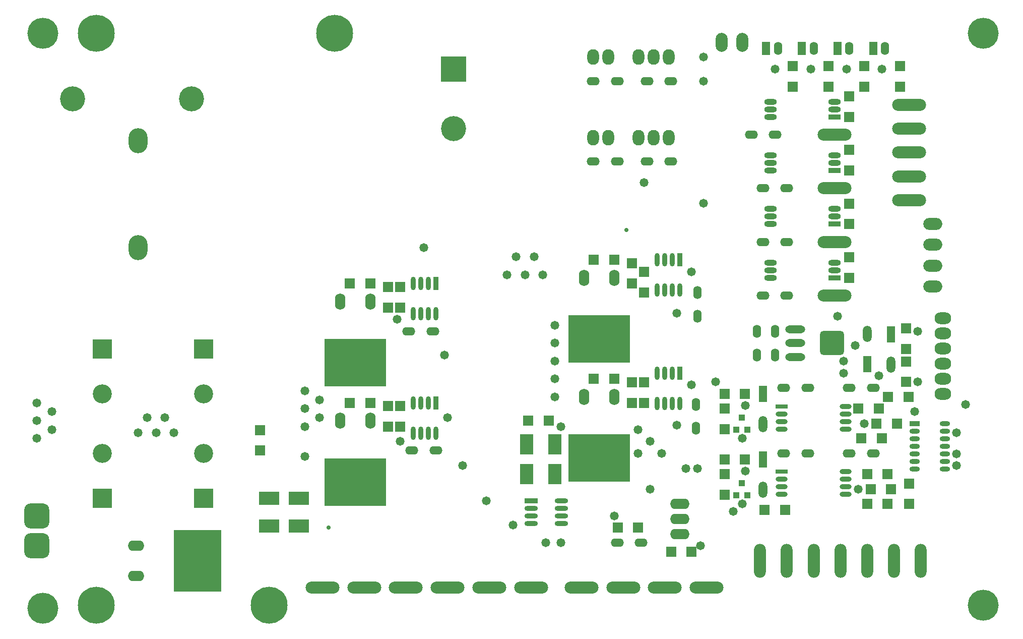
<source format=gts>
%FSTAX23Y23*%
%MOIN*%
%SFA1B1*%

%IPPOS*%
%AMD97*
4,1,8,-0.082700,0.039400,-0.082700,-0.039400,-0.039400,-0.082700,0.039400,-0.082700,0.082700,-0.039400,0.082700,0.039400,0.039400,0.082700,-0.039400,0.082700,-0.082700,0.039400,0.0*
1,1,0.086772,-0.039400,0.039400*
1,1,0.086772,-0.039400,-0.039400*
1,1,0.086772,0.039400,-0.039400*
1,1,0.086772,0.039400,0.039400*
%
%AMD108*
4,1,8,0.078800,-0.059800,0.078800,0.059800,0.059800,0.078800,-0.059800,0.078800,-0.078800,0.059800,-0.078800,-0.059800,-0.059800,-0.078800,0.059800,-0.078800,0.078800,-0.059800,0.0*
1,1,0.037953,0.059800,-0.059800*
1,1,0.037953,0.059800,0.059800*
1,1,0.037953,-0.059800,0.059800*
1,1,0.037953,-0.059800,-0.059800*
%
%ADD87R,0.067992X0.067992*%
%ADD88R,0.067992X0.067992*%
%ADD89R,0.133976X0.086732*%
%ADD90R,0.086732X0.133976*%
%ADD91O,0.078858X0.031614*%
%ADD92R,0.078858X0.031614*%
%ADD93O,0.083189X0.037992*%
%ADD94R,0.083189X0.037992*%
%ADD95O,0.067992X0.032008*%
%ADD96R,0.067992X0.032008*%
G04~CAMADD=97~8~0.0~0.0~1654.7~1654.7~433.9~0.0~15~0.0~0.0~0.0~0.0~0~0.0~0.0~0.0~0.0~0~0.0~0.0~0.0~90.0~1654.0~1654.0*
%ADD97D97*%
%ADD98R,0.032992X0.087992*%
%ADD99O,0.032992X0.087992*%
%ADD100R,0.087992X0.032992*%
%ADD101O,0.087992X0.032992*%
%ADD102R,0.317991X0.407991*%
%ADD103O,0.107992X0.067992*%
%ADD104O,0.067992X0.107992*%
%ADD105R,0.407991X0.317991*%
%ADD106O,0.132008X0.051299*%
%ADD107O,0.132008X0.051299*%
G04~CAMADD=108~8~0.0~0.0~1576.0~1576.0~189.8~0.0~15~0.0~0.0~0.0~0.0~0~0.0~0.0~0.0~0.0~0~0.0~0.0~0.0~270.0~1576.0~1576.0*
%ADD108D108*%
%ADD109R,0.039488X0.043425*%
%ADD110C,0.027992*%
%ADD111O,0.055236X0.086732*%
%ADD112R,0.055236X0.086732*%
%ADD113C,0.204842*%
%ADD114C,0.244212*%
%ADD115O,0.224527X0.078858*%
%ADD116O,0.078858X0.224527*%
%ADD117O,0.086732X0.055236*%
%ADD118O,0.127992X0.067992*%
%ADD119O,0.078858X0.102480*%
%ADD120R,0.165472X0.165472*%
%ADD121C,0.165472*%
%ADD122R,0.126102X0.126102*%
%ADD123C,0.126102*%
%ADD124O,0.078858X0.126102*%
%ADD125O,0.126102X0.078858*%
%ADD126O,0.110354X0.078858*%
%ADD127O,0.057992X0.107992*%
%ADD128R,0.057992X0.107992*%
%ADD129O,0.126102X0.165472*%
%ADD130C,0.057992*%
%LNpcb4-1*%
%LPD*%
G54D87*
X062Y03858D03*
Y03993D03*
X03228Y02165D03*
Y023D03*
X03149Y02165D03*
Y023D03*
X062Y04212D03*
Y04347D03*
X03228Y02952D03*
Y03087D03*
X03149Y02952D03*
Y03087D03*
X062Y03149D03*
Y03284D03*
X04842Y02322D03*
Y02457D03*
X04763Y02322D03*
Y02457D03*
X062Y03503D03*
Y03638D03*
X04842Y03051D03*
Y03186D03*
X04763Y0311D03*
Y03245D03*
X05374Y02283D03*
Y02148D03*
X06574Y02814D03*
Y02679D03*
Y0246D03*
Y02595D03*
X05374Y0185D03*
Y01715D03*
X06594Y01653D03*
Y01788D03*
X06299Y04547D03*
Y04412D03*
X05826Y04547D03*
Y04412D03*
X06062Y04547D03*
Y04412D03*
X06535Y04547D03*
Y04412D03*
X02303Y02007D03*
Y02142D03*
G54D88*
X05374Y02381D03*
X05509D03*
X06279Y02086D03*
X06414D03*
X06259Y02283D03*
X06394D03*
X06515Y02185D03*
X0638D03*
X06456Y02362D03*
X06591D03*
X05374Y01948D03*
X05509D03*
X06318Y0185D03*
X06453D03*
X06318Y01653D03*
X06453D03*
X06476Y01751D03*
X06341D03*
X05157Y01338D03*
X05022D03*
X04803Y01496D03*
X04668D03*
X03031Y02322D03*
X02896D03*
X04645Y0248D03*
X0451D03*
X03031Y0311D03*
X02896D03*
X04645Y03267D03*
X0451D03*
X05639Y01614D03*
X05774D03*
X04212Y02204D03*
X04077D03*
G54D89*
X02362Y01692D03*
Y01507D03*
X02559Y01692D03*
Y01507D03*
G54D90*
X04251Y02047D03*
X04066D03*
X04251Y0185D03*
X04066D03*
G54D91*
X06175Y02299D03*
Y02249D03*
Y02199D03*
Y02149D03*
X05753D03*
Y02199D03*
Y02249D03*
X06175Y01866D03*
Y01816D03*
Y01766D03*
Y01716D03*
X05753D03*
Y01766D03*
Y01816D03*
G54D92*
X05753Y02299D03*
Y01866D03*
G54D93*
X05679Y04312D03*
Y04262D03*
Y04212D03*
X06102Y04312D03*
Y04262D03*
X05679Y03958D03*
Y03908D03*
Y03858D03*
X06102Y03958D03*
Y03908D03*
X05679Y03249D03*
Y03199D03*
Y03149D03*
X06102Y03249D03*
Y03199D03*
X05679Y03603D03*
Y03553D03*
Y03503D03*
X06102Y03603D03*
Y03553D03*
G54D94*
X06102Y04212D03*
Y03858D03*
Y03149D03*
Y03503D03*
G54D95*
X06833Y02035D03*
Y02135D03*
Y02185D03*
Y02085D03*
Y01985D03*
Y01935D03*
X06633Y01985D03*
Y01935D03*
Y01885D03*
X06833D03*
X06633Y02035D03*
Y02085D03*
Y02135D03*
G54D96*
X06633Y02185D03*
G54D97*
X00826Y01574D03*
Y01377D03*
G54D98*
X03464Y02322D03*
Y0311D03*
X05078Y02519D03*
Y03267D03*
G54D99*
X03414Y02322D03*
X03364D03*
X03314D03*
X03464Y02122D03*
X03414D03*
X03364D03*
X03314D03*
X03414Y0311D03*
X03364D03*
X03314D03*
X03464Y0291D03*
X03414D03*
X03364D03*
X03314D03*
X05028Y02519D03*
X04978D03*
X04928D03*
X05078Y02319D03*
X05028D03*
X04978D03*
X04928D03*
X05028Y03267D03*
X04978D03*
X04928D03*
X05078Y03067D03*
X05028D03*
X04978D03*
X04928D03*
G54D100*
X04094Y01673D03*
G54D101*
X04094Y01623D03*
Y01573D03*
Y01523D03*
X04294Y01673D03*
Y01623D03*
Y01573D03*
Y01523D03*
G54D102*
X01888Y01277D03*
G54D103*
X01483Y01377D03*
Y01177D03*
G54D104*
X02831Y02204D03*
X03031D03*
X04445Y03149D03*
X04645D03*
X04445Y02362D03*
X04645D03*
X02831Y02992D03*
X03031D03*
G54D105*
X02931Y01799D03*
X04545Y02744D03*
Y01957D03*
X02931Y02587D03*
G54D106*
X05842Y02807D03*
Y02625D03*
G54D107*
X05842Y02716D03*
G54D108*
X06086Y02716D03*
G54D109*
X0549Y02224D03*
X05452Y02145D03*
X05527D03*
X0549Y01791D03*
X05452Y01712D03*
X05527D03*
G54D110*
X04724Y03464D03*
X02755Y01496D03*
G54D111*
X062Y04665D03*
X05728D03*
X05964D03*
X06437D03*
X05708Y02795D03*
Y02637D03*
X0559Y02795D03*
Y02637D03*
X05196Y03051D03*
Y02893D03*
X05187Y02312D03*
Y02155D03*
G54D112*
X06122Y04665D03*
X05649D03*
X05885D03*
X06358D03*
G54D113*
X00866Y00964D03*
Y04763D03*
X07086D03*
Y00984D03*
G54D114*
X0122Y00984D03*
X02362D03*
X02795Y04763D03*
X0122D03*
G54D115*
X02716Y01102D03*
X03543D03*
X02992D03*
X03818D03*
X03267D03*
X04094D03*
X06102Y04094D03*
Y0374D03*
Y03385D03*
Y03031D03*
X04429Y01102D03*
X04704D03*
X0498D03*
X05255D03*
X06594Y03661D03*
Y03818D03*
Y03976D03*
Y04133D03*
Y04291D03*
G54D116*
X05787Y01279D03*
X0561D03*
X06673D03*
X06496D03*
X06318D03*
X06141D03*
X05964D03*
G54D117*
X04822Y01397D03*
X04665D03*
X05925Y02421D03*
X05767D03*
X06358Y01988D03*
X062D03*
X05925D03*
X05767D03*
X05019Y03917D03*
X04862D03*
X04665D03*
X04507D03*
X05019Y04448D03*
X04862D03*
X04665D03*
X04507D03*
X05629Y0374D03*
X05787D03*
X03464Y02007D03*
X03307D03*
X05551Y04094D03*
X05708D03*
X03444Y02795D03*
X03287D03*
X05629Y03031D03*
X05787D03*
X05629Y03385D03*
X05787D03*
X06358Y02421D03*
X062D03*
G54D118*
X05078Y01453D03*
Y01553D03*
Y01653D03*
G54D119*
X04507Y04606D03*
X04607D03*
X04807D03*
X04907D03*
X05007D03*
X04507Y04074D03*
X04607D03*
X04807D03*
X04907D03*
X05007D03*
G54D120*
X03582Y04527D03*
G54D121*
X03582Y04133D03*
X01062Y0433D03*
X0185D03*
G54D122*
X01259Y02677D03*
Y01692D03*
X01929Y02677D03*
Y01692D03*
G54D123*
X01259Y02381D03*
Y01988D03*
X01929Y02381D03*
Y01988D03*
G54D124*
X05492Y04704D03*
X05354D03*
G54D125*
X06751Y0309D03*
Y03228D03*
Y03366D03*
Y03503D03*
G54D126*
X0682Y02881D03*
Y02781D03*
Y02681D03*
Y02581D03*
Y02481D03*
Y02381D03*
G54D127*
X05629Y02181D03*
X06318Y02778D03*
X06476Y02575D03*
X05629Y01748D03*
G54D128*
X05629Y02381D03*
X06318Y02578D03*
X06476Y02775D03*
X05629Y01948D03*
G54D129*
X01496Y04055D03*
Y03346D03*
G54D130*
X06397Y025D03*
X06653Y0246D03*
X05314D03*
X05511Y0187D03*
Y02303D03*
X03385Y03346D03*
X05236Y03641D03*
X04842Y03779D03*
X06653Y02795D03*
X0624Y027D03*
X05216Y01377D03*
X04192Y01397D03*
X04291D03*
X05433Y01604D03*
X06417Y04527D03*
X06181D03*
X05944D03*
X05708D03*
X06909Y01909D03*
X06161Y02519D03*
Y02598D03*
X06122Y02893D03*
X05492Y01653D03*
X05196Y01889D03*
X05118D03*
X05236Y04448D03*
Y04606D03*
X05059Y02913D03*
X05157Y0244D03*
X05059Y02175D03*
X05157Y03188D03*
X06909Y01985D03*
Y02125D03*
X06633Y02263D03*
X06299Y02185D03*
X03543Y02224D03*
X03523Y02637D03*
X00826Y02322D03*
X04645Y01574D03*
X02598Y01968D03*
X05492Y02086D03*
X06259Y01751D03*
X03208Y02874D03*
X03641Y01909D03*
X03976Y01515D03*
X03799Y01673D03*
X03228Y02066D03*
X00826Y02204D03*
Y02086D03*
X00925Y02263D03*
Y02145D03*
X01732Y02125D03*
X01496D03*
X01555Y02224D03*
X01614Y02125D03*
X01673Y02224D03*
X02696D03*
X02598Y02165D03*
Y02283D03*
Y02401D03*
X02696Y02342D03*
X04173Y03169D03*
X04055D03*
X03937D03*
X03996Y03287D03*
X04114D03*
X04251Y02362D03*
Y0248D03*
Y02598D03*
Y02716D03*
Y02834D03*
X04881Y01751D03*
X04291Y02165D03*
X04803Y01988D03*
X0496D03*
X04803Y02145D03*
X04881Y02066D03*
X06968Y02312D03*
M02*
</source>
